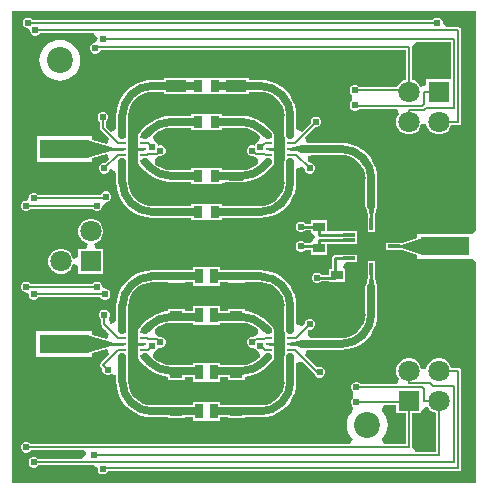
<source format=gtl>
G04*
G04 #@! TF.GenerationSoftware,Altium Limited,Altium Designer,24.4.1 (13)*
G04*
G04 Layer_Physical_Order=1*
G04 Layer_Color=255*
%FSLAX25Y25*%
%MOIN*%
G70*
G04*
G04 #@! TF.SameCoordinates,8584FE8A-8FE8-497F-BE15-97A27C2B3E29*
G04*
G04*
G04 #@! TF.FilePolarity,Positive*
G04*
G01*
G75*
%ADD28C,0.02700*%
%ADD29R,0.01181X0.03937*%
%ADD30R,0.03937X0.01181*%
%ADD31R,0.08268X0.08268*%
%ADD32R,0.05000X0.02520*%
%ADD33R,0.16000X0.06000*%
%ADD34R,0.16000X0.07000*%
%ADD35R,0.04331X0.03150*%
G04:AMPARAMS|DCode=36|XSize=29.92mil|YSize=94.49mil|CornerRadius=7.48mil|HoleSize=0mil|Usage=FLASHONLY|Rotation=0.000|XOffset=0mil|YOffset=0mil|HoleType=Round|Shape=RoundedRectangle|*
%AMROUNDEDRECTD36*
21,1,0.02992,0.07953,0,0,0.0*
21,1,0.01496,0.09449,0,0,0.0*
1,1,0.01496,0.00748,-0.03976*
1,1,0.01496,-0.00748,-0.03976*
1,1,0.01496,-0.00748,0.03976*
1,1,0.01496,0.00748,0.03976*
%
%ADD36ROUNDEDRECTD36*%
%ADD37R,0.02165X0.00984*%
%ADD38R,0.02520X0.05000*%
%ADD39R,0.03150X0.04331*%
%ADD40R,0.07008X0.04016*%
%ADD41C,0.01000*%
%ADD42C,0.00800*%
%ADD43C,0.08661*%
%ADD44C,0.07087*%
%ADD45R,0.07087X0.07087*%
%ADD46R,0.07087X0.07087*%
%ADD47C,0.02400*%
G36*
X156000Y85360D02*
X154680Y84200D01*
X154200Y84200D01*
X136280D01*
Y82890D01*
X132682Y81593D01*
X131049Y81191D01*
X131049Y81191D01*
Y81191D01*
X131049Y81191D01*
X125912D01*
Y78809D01*
X131049D01*
X131049Y78809D01*
Y78809D01*
X131049Y78809D01*
X132683Y78408D01*
X136280Y77110D01*
Y75800D01*
X154200D01*
X154680Y75800D01*
X156000Y74640D01*
Y1071D01*
X1071D01*
Y158429D01*
X156000D01*
Y85360D01*
D02*
G37*
G36*
X138500Y82478D02*
Y77522D01*
X138009Y77177D01*
X131309Y79594D01*
Y80407D01*
X138009Y82823D01*
X138500Y82478D01*
D02*
G37*
%LPC*%
G36*
X143358Y156300D02*
X142642D01*
X141980Y156026D01*
X141474Y155520D01*
X141474Y155520D01*
X8026D01*
X8026Y155520D01*
X7520Y156026D01*
X6858Y156300D01*
X6142D01*
X5480Y156026D01*
X4974Y155520D01*
X4700Y154858D01*
Y154142D01*
X4974Y153480D01*
X5480Y152974D01*
X6142Y152700D01*
X6942Y152442D01*
X7200Y151642D01*
X7474Y150980D01*
X7980Y150474D01*
X8642Y150200D01*
X9358D01*
X10020Y150474D01*
X10526Y150980D01*
X10526Y150980D01*
X28572D01*
X28593Y150966D01*
X29700Y149358D01*
X29510Y148490D01*
X28642Y147800D01*
X27980Y147526D01*
X27474Y147020D01*
X27200Y146358D01*
Y145642D01*
X27474Y144980D01*
X27980Y144474D01*
X28642Y144200D01*
X29358D01*
X30020Y144474D01*
X30526Y144980D01*
X30733Y145480D01*
X132480D01*
Y135516D01*
X131901Y135361D01*
X130956Y134816D01*
X130184Y134044D01*
X129639Y133099D01*
X129618Y133020D01*
X117026D01*
X117026Y133020D01*
X116520Y133526D01*
X115858Y133800D01*
X115142D01*
X114480Y133526D01*
X113974Y133020D01*
X113700Y132358D01*
Y131642D01*
X113974Y130980D01*
X114480Y130474D01*
X114507Y130463D01*
Y128537D01*
X114480Y128526D01*
X113974Y128020D01*
X113700Y127358D01*
Y126642D01*
X113974Y125980D01*
X114480Y125474D01*
X115142Y125200D01*
X115858D01*
X116520Y125474D01*
X116983Y125937D01*
X129532D01*
X130278Y124137D01*
X130184Y124044D01*
X129639Y123099D01*
X129357Y122046D01*
Y120955D01*
X129639Y119901D01*
X130184Y118956D01*
X130956Y118184D01*
X131901Y117639D01*
X132955Y117357D01*
X134046D01*
X135099Y117639D01*
X136044Y118184D01*
X136816Y118956D01*
X137361Y119901D01*
X137643Y120955D01*
X139357D01*
X139639Y119901D01*
X140184Y118956D01*
X140956Y118184D01*
X141901Y117639D01*
X142955Y117357D01*
X144045D01*
X145099Y117639D01*
X146044Y118184D01*
X146816Y118956D01*
X147361Y119901D01*
X147516Y120480D01*
X150000D01*
X150390Y120558D01*
X150721Y120779D01*
X150942Y121110D01*
X151020Y121500D01*
Y152000D01*
X150942Y152390D01*
X150721Y152721D01*
X150390Y152942D01*
X150000Y153020D01*
X146283D01*
X144800Y154142D01*
Y154858D01*
X144526Y155520D01*
X144020Y156026D01*
X143358Y156300D01*
D02*
G37*
G36*
X17110Y148788D02*
X15786Y148658D01*
X14513Y148272D01*
X13339Y147644D01*
X12310Y146800D01*
X11466Y145771D01*
X10839Y144598D01*
X10452Y143324D01*
X10322Y142000D01*
X10452Y140676D01*
X10839Y139402D01*
X11466Y138229D01*
X12310Y137200D01*
X13339Y136356D01*
X14513Y135729D01*
X15786Y135342D01*
X17110Y135212D01*
X18435Y135342D01*
X19708Y135729D01*
X20882Y136356D01*
X21910Y137200D01*
X22754Y138229D01*
X23382Y139402D01*
X23768Y140676D01*
X23898Y142000D01*
X23768Y143324D01*
X23382Y144598D01*
X22754Y145771D01*
X21910Y146800D01*
X20882Y147644D01*
X19708Y148272D01*
X18435Y148658D01*
X17110Y148788D01*
D02*
G37*
G36*
X60873Y136265D02*
X60104Y136108D01*
Y136108D01*
X51896D01*
Y135488D01*
X48000D01*
X47990Y135486D01*
X46125Y135339D01*
X44296Y134900D01*
X42558Y134180D01*
X40954Y133198D01*
X39524Y131976D01*
X38302Y130546D01*
X37319Y128942D01*
X36600Y127204D01*
X36161Y125375D01*
X36014Y123510D01*
X36012Y123500D01*
Y118976D01*
X34212Y118230D01*
X32695Y119747D01*
X32649Y121604D01*
X33026Y121980D01*
X33300Y122642D01*
Y123358D01*
X33026Y124020D01*
X32520Y124526D01*
X31858Y124800D01*
X31142D01*
X30480Y124526D01*
X29974Y124020D01*
X29700Y123358D01*
Y122642D01*
X29974Y121980D01*
X30480Y121474D01*
X30480Y121474D01*
Y119500D01*
X30558Y119110D01*
X30779Y118779D01*
X33688Y115870D01*
X32756Y114257D01*
X27810Y115583D01*
Y116700D01*
X9410D01*
Y108300D01*
X27810D01*
Y109418D01*
X32757Y110744D01*
X33689Y109130D01*
X32358Y107800D01*
X32358Y107800D01*
X31642D01*
X30980Y107526D01*
X30474Y107020D01*
X30200Y106358D01*
Y105642D01*
X30474Y104980D01*
X30980Y104474D01*
X31642Y104200D01*
X32358D01*
X33020Y104474D01*
X33526Y104980D01*
X33800Y105642D01*
X34212Y105768D01*
X36012Y104438D01*
Y101504D01*
X36014Y101494D01*
X36161Y99629D01*
X36600Y97800D01*
X37319Y96062D01*
X38302Y94458D01*
X39524Y93028D01*
X40954Y91806D01*
X42558Y90824D01*
X44296Y90104D01*
X46125Y89665D01*
X47990Y89518D01*
X48000Y89516D01*
X55980D01*
X56000Y89512D01*
X60872D01*
Y88735D01*
X64978D01*
X65222Y88735D01*
X66778D01*
X67022Y88735D01*
X71128D01*
Y89512D01*
X76000D01*
X76020Y89516D01*
X84000D01*
X84010Y89518D01*
X85875Y89665D01*
X87704Y90104D01*
X89442Y90824D01*
X91046Y91806D01*
X92476Y93028D01*
X93698Y94458D01*
X94680Y96062D01*
X95400Y97800D01*
X95839Y99629D01*
X95986Y101494D01*
X95988Y101504D01*
Y105665D01*
X96633Y106183D01*
X97781Y106543D01*
X98700Y105830D01*
Y105642D01*
X98974Y104980D01*
X99480Y104474D01*
X100142Y104200D01*
X100858D01*
X101520Y104474D01*
X102026Y104980D01*
X102300Y105642D01*
Y106358D01*
X102026Y107020D01*
X101520Y107526D01*
X100858Y107800D01*
X100670D01*
X99957Y108719D01*
X100317Y109867D01*
X100836Y110512D01*
X111000D01*
X111091Y110530D01*
X112568Y110384D01*
X114076Y109927D01*
X115466Y109184D01*
X116684Y108184D01*
X117684Y106966D01*
X118427Y105576D01*
X118884Y104068D01*
X119030Y102591D01*
X119012Y102500D01*
Y93500D01*
X119163Y92739D01*
X119416Y92361D01*
X119809Y89768D01*
Y84912D01*
X122191D01*
Y89768D01*
X122584Y92361D01*
X122837Y92739D01*
X122988Y93500D01*
Y102500D01*
X122986Y102510D01*
X122839Y104375D01*
X122400Y106204D01*
X121680Y107942D01*
X120698Y109546D01*
X119476Y110976D01*
X118046Y112198D01*
X116442Y113180D01*
X114704Y113900D01*
X112875Y114339D01*
X111010Y114486D01*
X111000Y114488D01*
X99476D01*
X98730Y116288D01*
X102142Y119700D01*
X102142Y119700D01*
X102858D01*
X103520Y119974D01*
X104026Y120480D01*
X104300Y121142D01*
Y121858D01*
X104026Y122520D01*
X103520Y123026D01*
X102858Y123300D01*
X102142D01*
X101480Y123026D01*
X100974Y122520D01*
X100700Y121858D01*
Y121142D01*
X100700Y121142D01*
X97788Y118230D01*
X95988Y118976D01*
Y123496D01*
X95986Y123506D01*
X95839Y125371D01*
X95400Y127200D01*
X94680Y128938D01*
X93698Y130542D01*
X92476Y131972D01*
X91046Y133194D01*
X89442Y134177D01*
X87704Y134896D01*
X85875Y135335D01*
X84010Y135482D01*
X84000Y135484D01*
X80104D01*
Y136104D01*
X71896D01*
Y136104D01*
X71127Y136265D01*
Y136265D01*
X70163Y136265D01*
X67022D01*
X66778Y136265D01*
X65222D01*
X64978Y136265D01*
X61839D01*
X60873Y136265D01*
X60873Y136265D01*
D02*
G37*
G36*
X32805Y98306D02*
X32089D01*
X31427Y98032D01*
X30921Y97526D01*
X30711Y97020D01*
X10026D01*
X10026Y97020D01*
X9520Y97526D01*
X8858Y97800D01*
X8142D01*
X7480Y97526D01*
X6974Y97020D01*
X6700Y96358D01*
X6442Y95558D01*
X5642Y95300D01*
X4980Y95026D01*
X4474Y94520D01*
X4200Y93858D01*
Y93142D01*
X4474Y92480D01*
X4980Y91974D01*
X5642Y91700D01*
X6358D01*
X7020Y91974D01*
X7526Y92480D01*
X7526Y92480D01*
X27974D01*
X27974Y92480D01*
X28480Y91974D01*
X29142Y91700D01*
X29858D01*
X30520Y91974D01*
X31026Y92480D01*
X31300Y93142D01*
X31805Y94142D01*
X32805Y94706D01*
X33467Y94980D01*
X33973Y95487D01*
X34247Y96148D01*
Y96864D01*
X33973Y97526D01*
X33467Y98032D01*
X32805Y98306D01*
D02*
G37*
G36*
X106265Y88722D02*
X100735D01*
Y87622D01*
X98924D01*
X98520Y88026D01*
X97858Y88300D01*
X97142D01*
X96480Y88026D01*
X95974Y87520D01*
X95700Y86858D01*
Y86142D01*
X95974Y85480D01*
X96480Y84974D01*
X97142Y84700D01*
X97858D01*
X98520Y84974D01*
X98924Y85378D01*
X100735D01*
Y84372D01*
X101361D01*
X102044Y83300D01*
X101121Y81628D01*
X100735D01*
Y81122D01*
X98924D01*
X98520Y81526D01*
X97858Y81800D01*
X97142D01*
X96480Y81526D01*
X95974Y81020D01*
X95700Y80358D01*
Y79642D01*
X95974Y78980D01*
X96480Y78474D01*
X97142Y78200D01*
X97858D01*
X98520Y78474D01*
X98924Y78878D01*
X100735D01*
Y77278D01*
X106265D01*
Y80847D01*
X110951D01*
Y80778D01*
X116088D01*
Y85128D01*
X110951D01*
Y85059D01*
X106265D01*
Y88722D01*
D02*
G37*
G36*
X28045Y89143D02*
X26954D01*
X25901Y88861D01*
X24956Y88315D01*
X24184Y87544D01*
X23639Y86599D01*
X23357Y85545D01*
Y84455D01*
X23639Y83401D01*
X24184Y82456D01*
X24956Y81684D01*
X25901Y81139D01*
X26616Y80828D01*
X26592Y80646D01*
X25875Y79143D01*
X23357D01*
Y76625D01*
X21854Y75908D01*
X21672Y75884D01*
X21361Y76599D01*
X20816Y77544D01*
X20044Y78316D01*
X19099Y78861D01*
X18045Y79143D01*
X16954D01*
X15901Y78861D01*
X14956Y78316D01*
X14185Y77544D01*
X13639Y76599D01*
X13357Y75546D01*
Y74454D01*
X13639Y73401D01*
X14185Y72456D01*
X14956Y71684D01*
X15901Y71139D01*
X16954Y70857D01*
X18045D01*
X19099Y71139D01*
X20044Y71684D01*
X20816Y72456D01*
X21361Y73401D01*
X21672Y74116D01*
X21854Y74092D01*
X23357Y73375D01*
Y70857D01*
X31643D01*
Y79143D01*
X29125D01*
X28408Y80646D01*
X28384Y80828D01*
X29099Y81139D01*
X30044Y81684D01*
X30816Y82456D01*
X31361Y83401D01*
X31643Y84455D01*
Y85545D01*
X31361Y86599D01*
X30816Y87544D01*
X30044Y88315D01*
X29099Y88861D01*
X28045Y89143D01*
D02*
G37*
G36*
X116088Y77254D02*
X110951D01*
Y77184D01*
X109000D01*
X108571Y77099D01*
X108207Y76856D01*
X107964Y76492D01*
X107878Y76063D01*
Y72628D01*
X106735D01*
Y70622D01*
X104424D01*
X104020Y71026D01*
X103358Y71300D01*
X102642D01*
X101980Y71026D01*
X101474Y70520D01*
X101200Y69858D01*
Y69142D01*
X101474Y68480D01*
X101980Y67974D01*
X102642Y67700D01*
X103358D01*
X104020Y67974D01*
X104424Y68378D01*
X106735D01*
Y68278D01*
X112265D01*
Y72628D01*
X111744D01*
X111485Y73072D01*
X112521Y74872D01*
X116088D01*
Y77254D01*
D02*
G37*
G36*
X29858Y68300D02*
X29142D01*
X28480Y68026D01*
X27974Y67520D01*
X27974Y67520D01*
X7526D01*
X7526Y67520D01*
X7020Y68026D01*
X6358Y68300D01*
X5642D01*
X4980Y68026D01*
X4474Y67520D01*
X4200Y66858D01*
Y66142D01*
X4474Y65480D01*
X4980Y64974D01*
X5642Y64700D01*
X6442Y64442D01*
X6700Y63642D01*
X6974Y62980D01*
X7480Y62474D01*
X8142Y62200D01*
X8858D01*
X9520Y62474D01*
X10026Y62980D01*
X10026Y62980D01*
X30674D01*
X30674Y62980D01*
X31180Y62474D01*
X31842Y62200D01*
X32558D01*
X33220Y62474D01*
X33726Y62980D01*
X34000Y63642D01*
Y64358D01*
X33726Y65020D01*
X33220Y65526D01*
X32558Y65800D01*
X31726Y66026D01*
X31300Y66858D01*
X31026Y67520D01*
X30520Y68026D01*
X29858Y68300D01*
D02*
G37*
G36*
X122191Y75088D02*
X119809D01*
Y70232D01*
X119416Y67639D01*
X119163Y67261D01*
X119012Y66500D01*
Y57500D01*
X119030Y57410D01*
X118884Y55932D01*
X118427Y54424D01*
X117684Y53034D01*
X116684Y51816D01*
X115466Y50816D01*
X114076Y50073D01*
X112568Y49616D01*
X111091Y49470D01*
X111000Y49488D01*
X100836D01*
X100317Y50133D01*
X99957Y51281D01*
X100670Y52200D01*
X100858D01*
X101520Y52474D01*
X102026Y52980D01*
X102300Y53642D01*
Y54358D01*
X102026Y55020D01*
X101520Y55526D01*
X100858Y55800D01*
X100142D01*
X99480Y55526D01*
X98974Y55020D01*
X98700Y54358D01*
Y54170D01*
X97781Y53457D01*
X96633Y53817D01*
X95988Y54335D01*
Y60000D01*
X95986Y60010D01*
X95839Y61875D01*
X95400Y63704D01*
X94680Y65442D01*
X93698Y67046D01*
X92476Y68476D01*
X91046Y69698D01*
X89442Y70680D01*
X87704Y71400D01*
X85875Y71839D01*
X84010Y71986D01*
X84000Y71988D01*
X78765D01*
Y72222D01*
X73235D01*
Y71988D01*
X70380D01*
Y73100D01*
X67140D01*
X66660Y73100D01*
X65340D01*
X64860Y73100D01*
X61620D01*
Y71988D01*
X58765D01*
Y72222D01*
X53235D01*
Y71988D01*
X48000D01*
X47990Y71986D01*
X46125Y71839D01*
X44296Y71400D01*
X42558Y70680D01*
X40954Y69698D01*
X39524Y68476D01*
X38302Y67046D01*
X37319Y65442D01*
X36600Y63704D01*
X36161Y61875D01*
X36014Y60010D01*
X36012Y60000D01*
Y55124D01*
X34212Y54253D01*
X33971Y54443D01*
X33526Y56092D01*
X33800Y56753D01*
Y57469D01*
X33526Y58131D01*
X33020Y58637D01*
X32358Y58911D01*
X31642D01*
X30980Y58637D01*
X30474Y58131D01*
X30200Y57469D01*
Y56753D01*
X30474Y56092D01*
X30980Y55585D01*
X30980Y55585D01*
Y54000D01*
X31058Y53610D01*
X31279Y53279D01*
X33688Y50870D01*
X32756Y49257D01*
X27700Y50612D01*
Y51700D01*
X9300D01*
Y43300D01*
X27700D01*
Y44388D01*
X32757Y45744D01*
X33689Y44130D01*
X30779Y41221D01*
X30558Y40890D01*
X30480Y40500D01*
X30558Y40110D01*
X30779Y39779D01*
X31256Y39302D01*
X31256Y39302D01*
Y38586D01*
X31530Y37925D01*
X32036Y37418D01*
X32698Y37144D01*
X33414D01*
X34075Y37418D01*
X34212Y37555D01*
X35930Y37056D01*
X36012Y37003D01*
Y35000D01*
X36014Y34990D01*
X36161Y33125D01*
X36600Y31296D01*
X37319Y29558D01*
X38302Y27954D01*
X39524Y26524D01*
X40954Y25302D01*
X42558Y24320D01*
X44296Y23600D01*
X46125Y23161D01*
X47990Y23014D01*
X48000Y23012D01*
X53235D01*
Y22778D01*
X58765D01*
Y23012D01*
X61620D01*
Y21900D01*
X64860D01*
X65340Y21900D01*
X66660D01*
X67140Y21900D01*
X70380D01*
Y23012D01*
X73235D01*
Y22778D01*
X78765D01*
Y23012D01*
X84000D01*
X84010Y23014D01*
X85875Y23161D01*
X87704Y23600D01*
X89442Y24320D01*
X91046Y25302D01*
X92476Y26524D01*
X93698Y27954D01*
X94680Y29558D01*
X95400Y31296D01*
X95839Y33125D01*
X95986Y34990D01*
X95988Y35000D01*
Y41024D01*
X97788Y41770D01*
X101900Y37658D01*
Y37642D01*
X102174Y36980D01*
X102680Y36474D01*
X103342Y36200D01*
X104058D01*
X104720Y36474D01*
X105226Y36980D01*
X105500Y37642D01*
Y38358D01*
X105226Y39020D01*
X104720Y39526D01*
X104058Y39800D01*
X103342D01*
X102847Y39595D01*
X98730Y43712D01*
X99476Y45512D01*
X111000D01*
X111010Y45514D01*
X112875Y45661D01*
X114704Y46100D01*
X116442Y46820D01*
X118046Y47802D01*
X119476Y49024D01*
X120698Y50454D01*
X121680Y52058D01*
X122400Y53796D01*
X122839Y55625D01*
X122986Y57490D01*
X122988Y57500D01*
Y66500D01*
X122837Y67261D01*
X122584Y67639D01*
X122191Y70232D01*
Y75088D01*
D02*
G37*
G36*
X144045Y42643D02*
X142955D01*
X141901Y42361D01*
X140956Y41816D01*
X140184Y41044D01*
X139639Y40099D01*
X139357Y39046D01*
X137643D01*
X137361Y40099D01*
X136816Y41044D01*
X136044Y41816D01*
X135099Y42361D01*
X134046Y42643D01*
X132955D01*
X131901Y42361D01*
X130956Y41816D01*
X130184Y41044D01*
X129639Y40099D01*
X129357Y39046D01*
Y37955D01*
X129639Y36901D01*
X130184Y35956D01*
X130278Y35863D01*
X129532Y34063D01*
X117483D01*
X117020Y34526D01*
X116358Y34800D01*
X115642D01*
X114980Y34526D01*
X114474Y34020D01*
X114200Y33358D01*
Y32642D01*
X114474Y31980D01*
X114980Y31474D01*
X115007Y31463D01*
Y29537D01*
X114980Y29526D01*
X114474Y29020D01*
X114200Y28358D01*
Y27642D01*
X114474Y26980D01*
X114722Y25743D01*
X114379Y24775D01*
X113966Y24271D01*
X113339Y23098D01*
X112952Y21824D01*
X112822Y20500D01*
X112952Y19176D01*
X113339Y17902D01*
X113966Y16729D01*
X114712Y15820D01*
X114633Y15324D01*
X114021Y14020D01*
X7526D01*
X7526Y14020D01*
X7020Y14526D01*
X6358Y14800D01*
X5642D01*
X4980Y14526D01*
X4474Y14020D01*
X4200Y13358D01*
Y12642D01*
X4474Y11980D01*
X4980Y11474D01*
X5642Y11200D01*
X6358D01*
X7020Y11474D01*
X7526Y11980D01*
X7526Y11980D01*
X25217D01*
X25715Y11604D01*
Y10613D01*
X24071Y9020D01*
X10026D01*
X10026Y9020D01*
X9520Y9526D01*
X8858Y9800D01*
X8142D01*
X7480Y9526D01*
X6974Y9020D01*
X6700Y8358D01*
Y7642D01*
X6974Y6980D01*
X7480Y6474D01*
X8142Y6200D01*
X8858D01*
X9520Y6474D01*
X10026Y6980D01*
X10026Y6980D01*
X28092D01*
X29700Y6158D01*
Y5442D01*
X29974Y4780D01*
X30480Y4274D01*
X31142Y4000D01*
X31858D01*
X32520Y4274D01*
X33026Y4780D01*
X33109Y4980D01*
X150000D01*
X150390Y5058D01*
X150721Y5279D01*
X150942Y5610D01*
X151020Y6000D01*
Y38500D01*
X150942Y38890D01*
X150721Y39221D01*
X150390Y39442D01*
X150000Y39520D01*
X147516D01*
X147361Y40099D01*
X146816Y41044D01*
X146044Y41816D01*
X145099Y42361D01*
X144045Y42643D01*
D02*
G37*
%LPD*%
G36*
X147580Y135643D02*
X139357D01*
Y133755D01*
X137557Y133097D01*
X136941Y133826D01*
X136816Y134044D01*
X136044Y134816D01*
X135099Y135361D01*
X134520Y135516D01*
Y146500D01*
X135453Y147658D01*
X135878Y147980D01*
X147580D01*
Y135643D01*
D02*
G37*
G36*
X97109Y111486D02*
X94586Y112000D01*
Y113000D01*
X97109Y113514D01*
Y111486D01*
D02*
G37*
G36*
X35282Y112907D02*
Y112094D01*
X26086Y109628D01*
X25610Y109993D01*
Y115007D01*
X26086Y115372D01*
X35282Y112907D01*
D02*
G37*
G36*
X48000Y131512D02*
X51896D01*
Y130892D01*
X60104D01*
Y130892D01*
X60873Y130735D01*
X60873Y130735D01*
X61839Y130735D01*
X64978D01*
X65222Y130735D01*
X66778D01*
X67022Y130735D01*
X70160D01*
X71127Y130735D01*
X71127Y130735D01*
X71896Y130888D01*
Y130888D01*
X80104D01*
Y131508D01*
X84000D01*
X84091Y131526D01*
X85568Y131380D01*
X87076Y130923D01*
X88466Y130180D01*
X89684Y129180D01*
X90684Y127962D01*
X91427Y126572D01*
X91884Y125064D01*
X92030Y123586D01*
X92012Y123496D01*
Y117000D01*
X92163Y116239D01*
X92207Y116173D01*
Y113376D01*
Y108827D01*
X92163Y108761D01*
X92012Y108000D01*
Y101504D01*
X92030Y101414D01*
X91884Y99936D01*
X91427Y98428D01*
X90684Y97038D01*
X89684Y95820D01*
X88466Y94820D01*
X87076Y94077D01*
X85568Y93620D01*
X84091Y93474D01*
X84000Y93492D01*
X76000D01*
X75980Y93488D01*
X71128D01*
Y94265D01*
X67022D01*
X66778Y94265D01*
X65222D01*
X64978Y94265D01*
X60872D01*
Y93488D01*
X56020D01*
X56000Y93492D01*
X48000D01*
X47910Y93474D01*
X46432Y93620D01*
X44924Y94077D01*
X43534Y94820D01*
X42316Y95820D01*
X41316Y97038D01*
X40573Y98428D01*
X40116Y99936D01*
X39970Y101414D01*
X39988Y101504D01*
Y108000D01*
X39837Y108761D01*
X39793Y108827D01*
Y111408D01*
Y116173D01*
X39837Y116239D01*
X39988Y117000D01*
Y123500D01*
X39970Y123591D01*
X40116Y125068D01*
X40573Y126576D01*
X41316Y127966D01*
X42316Y129184D01*
X43534Y130184D01*
X44924Y130927D01*
X46432Y131384D01*
X47910Y131530D01*
X48000Y131512D01*
D02*
G37*
G36*
X121500Y89546D02*
X120500D01*
X120045Y92546D01*
X121955D01*
X121500Y89546D01*
D02*
G37*
%LPC*%
G36*
X66778Y124265D02*
X65222D01*
X64978Y124265D01*
X60872D01*
Y123488D01*
X54142D01*
X54132Y123486D01*
X52267Y123339D01*
X50438Y122900D01*
X48700Y122180D01*
X47096Y121198D01*
X45674Y119983D01*
X45665Y119977D01*
X44094Y118406D01*
X43663Y117761D01*
X43617Y117529D01*
X43317D01*
Y113376D01*
X43317D01*
Y111624D01*
X43317D01*
X43317Y111576D01*
Y107471D01*
X43617D01*
X43663Y107239D01*
X44094Y106594D01*
X45665Y105023D01*
X45674Y105017D01*
X47096Y103802D01*
X48700Y102820D01*
X50438Y102100D01*
X52267Y101661D01*
X52900Y101611D01*
Y101597D01*
X53077D01*
X54132Y101514D01*
X54142Y101512D01*
X60872D01*
Y100735D01*
X64978D01*
X65222Y100735D01*
X66778D01*
X67022Y100735D01*
X71128D01*
Y101256D01*
X72900Y101323D01*
Y101323D01*
X79100D01*
Y101611D01*
X79733Y101661D01*
X81562Y102100D01*
X83300Y102820D01*
X84904Y103802D01*
X86326Y105017D01*
X86335Y105023D01*
X87906Y106594D01*
X88337Y107239D01*
X88383Y107471D01*
X88683D01*
Y111576D01*
X88683Y111624D01*
X88683D01*
Y113376D01*
X88683D01*
Y117529D01*
X88383D01*
X88337Y117761D01*
X87906Y118406D01*
X86335Y119977D01*
X86326Y119983D01*
X84904Y121198D01*
X83300Y122180D01*
X81562Y122900D01*
X79733Y123339D01*
X77868Y123486D01*
X77858Y123488D01*
X71128D01*
Y124265D01*
X67022D01*
X66778Y124265D01*
D02*
G37*
%LPD*%
G36*
X79426Y119384D02*
X80934Y118927D01*
X82324Y118184D01*
X83472Y117242D01*
X83523Y117165D01*
X83801Y116887D01*
X83745Y116251D01*
X83227Y114915D01*
X82980Y114813D01*
X82474Y114307D01*
X82200Y113645D01*
X82069Y113557D01*
X81691Y113714D01*
X80975D01*
X80313Y113440D01*
X79807Y112934D01*
X79533Y112272D01*
Y111556D01*
X79807Y110894D01*
X80313Y110388D01*
X80975Y110114D01*
X81691D01*
X82842Y109504D01*
X83148Y108753D01*
X83273Y107595D01*
X82324Y106816D01*
X80934Y106073D01*
X79426Y105616D01*
X77948Y105470D01*
X77858Y105488D01*
X71128D01*
Y106265D01*
X67022D01*
X66778Y106265D01*
X65222D01*
X64978Y106265D01*
X60872D01*
Y105488D01*
X54142D01*
X54052Y105470D01*
X52574Y105616D01*
X51066Y106073D01*
X49676Y106816D01*
X48727Y107595D01*
X48852Y108753D01*
X49158Y109504D01*
X50309Y110114D01*
X51025D01*
X51687Y110388D01*
X52193Y110894D01*
X52467Y111556D01*
Y112272D01*
X52193Y112934D01*
X51687Y113440D01*
X51025Y113714D01*
X50309D01*
X49931Y113557D01*
X49800Y113645D01*
X49526Y114307D01*
X49020Y114813D01*
X48773Y114915D01*
X48255Y116251D01*
X48199Y116887D01*
X48477Y117165D01*
X48528Y117242D01*
X49676Y118184D01*
X51066Y118927D01*
X52574Y119384D01*
X54052Y119530D01*
X54142Y119512D01*
X60872D01*
Y118735D01*
X64978D01*
X65222Y118735D01*
X66778D01*
X67022Y118735D01*
X71128D01*
Y119512D01*
X77858D01*
X77948Y119530D01*
X79426Y119384D01*
D02*
G37*
G36*
X85568Y67884D02*
X87076Y67427D01*
X88466Y66684D01*
X89684Y65684D01*
X90684Y64466D01*
X91427Y63076D01*
X91884Y61568D01*
X92030Y60091D01*
X92012Y60000D01*
Y52000D01*
X92163Y51239D01*
X92207Y51173D01*
Y48376D01*
Y43827D01*
X92163Y43761D01*
X92012Y43000D01*
Y35000D01*
X92030Y34909D01*
X91884Y33432D01*
X91427Y31924D01*
X90684Y30534D01*
X89684Y29316D01*
X88466Y28316D01*
X87076Y27573D01*
X85568Y27116D01*
X84091Y26970D01*
X84000Y26988D01*
X78765D01*
Y27128D01*
X73235D01*
Y26988D01*
X70380D01*
Y28100D01*
X67140D01*
X66660Y28100D01*
X65340D01*
X64860Y28100D01*
X61620D01*
Y26988D01*
X58765D01*
Y27128D01*
X53235D01*
Y26988D01*
X48000D01*
X47910Y26970D01*
X46432Y27116D01*
X44924Y27573D01*
X43534Y28316D01*
X42316Y29316D01*
X41316Y30534D01*
X40573Y31924D01*
X40116Y33432D01*
X39970Y34909D01*
X39988Y35000D01*
Y43000D01*
X39837Y43761D01*
X39793Y43827D01*
Y46408D01*
Y51173D01*
X39837Y51239D01*
X39988Y52000D01*
Y55526D01*
Y60000D01*
X39970Y60091D01*
X40116Y61568D01*
X40573Y63076D01*
X41316Y64466D01*
X42316Y65684D01*
X43534Y66684D01*
X44924Y67427D01*
X46432Y67884D01*
X47910Y68030D01*
X48000Y68012D01*
X53235D01*
Y67872D01*
X58765D01*
Y68012D01*
X61620D01*
Y66900D01*
X64860D01*
X65340Y66900D01*
X66660D01*
X67140Y66900D01*
X70380D01*
Y68012D01*
X73235D01*
Y67872D01*
X78765D01*
Y68012D01*
X84000D01*
X84091Y68030D01*
X85568Y67884D01*
D02*
G37*
G36*
X121955Y67454D02*
X120045D01*
X120500Y70454D01*
X121500D01*
X121955Y67454D01*
D02*
G37*
G36*
X97046Y46545D02*
X94046Y47000D01*
Y48000D01*
X97046Y48455D01*
Y46545D01*
D02*
G37*
G36*
X35282Y47907D02*
Y47094D01*
X26086Y44628D01*
X25610Y44993D01*
Y50007D01*
X26086Y50372D01*
X35282Y47907D01*
D02*
G37*
%LPC*%
G36*
X66660Y60100D02*
X65340D01*
X64860Y60100D01*
X61620D01*
Y58488D01*
X58765D01*
Y59285D01*
X53235D01*
Y58416D01*
X52267Y58339D01*
X50438Y57900D01*
X48700Y57180D01*
X47096Y56198D01*
X45674Y54983D01*
X45665Y54977D01*
X44094Y53406D01*
X43663Y52761D01*
X43617Y52529D01*
X43317D01*
Y48424D01*
X43317Y48376D01*
X43317D01*
Y46624D01*
X43317D01*
Y42471D01*
X43617D01*
X43663Y42239D01*
X44094Y41594D01*
X45665Y40023D01*
X45674Y40017D01*
X47096Y38802D01*
X48700Y37820D01*
X50438Y37100D01*
X52267Y36661D01*
X53235Y36584D01*
Y35341D01*
X58765D01*
Y36512D01*
X61620D01*
Y34900D01*
X64860D01*
X65340Y34900D01*
X66660D01*
X67140Y34900D01*
X70380D01*
Y36512D01*
X73235D01*
Y35341D01*
X78765D01*
Y36584D01*
X79733Y36661D01*
X81562Y37100D01*
X83300Y37820D01*
X84904Y38802D01*
X86326Y40017D01*
X86335Y40023D01*
X87906Y41594D01*
X88337Y42239D01*
X88383Y42471D01*
X88683D01*
Y46624D01*
X88683D01*
Y48376D01*
X88683D01*
X88683Y48424D01*
Y52529D01*
X88383D01*
X88337Y52761D01*
X87906Y53406D01*
X86335Y54977D01*
X86326Y54983D01*
X84904Y56198D01*
X83300Y57180D01*
X81562Y57900D01*
X79733Y58339D01*
X78765Y58416D01*
Y59285D01*
X73235D01*
Y58488D01*
X70380D01*
Y60100D01*
X67140D01*
X66660Y60100D01*
D02*
G37*
%LPD*%
G36*
X79426Y54384D02*
X80934Y53927D01*
X82324Y53184D01*
X83273Y52405D01*
X83148Y51247D01*
X82842Y50496D01*
X81691Y49886D01*
X80975D01*
X80313Y49612D01*
X79807Y49106D01*
X79533Y48444D01*
Y47728D01*
X79807Y47067D01*
X80313Y46560D01*
X80975Y46286D01*
X81691D01*
X82474Y45693D01*
X82980Y45187D01*
X83227Y45085D01*
X83745Y43749D01*
X83801Y43113D01*
X83523Y42835D01*
X83472Y42758D01*
X82324Y41816D01*
X80934Y41073D01*
X79426Y40616D01*
X77948Y40470D01*
X77858Y40488D01*
X70380D01*
Y41100D01*
X67140D01*
X66660Y41100D01*
X65340D01*
X64860Y41100D01*
X61620D01*
Y40488D01*
X54142D01*
X54052Y40470D01*
X52574Y40616D01*
X51066Y41073D01*
X49676Y41816D01*
X48528Y42758D01*
X48477Y42835D01*
X48199Y43113D01*
X48255Y43749D01*
X48773Y45085D01*
X49020Y45187D01*
X49526Y45693D01*
X50309Y46286D01*
X51025D01*
X51687Y46560D01*
X52193Y47067D01*
X52467Y47728D01*
Y48444D01*
X52193Y49106D01*
X51687Y49612D01*
X51025Y49886D01*
X50309D01*
X49158Y50496D01*
X48852Y51247D01*
X48727Y52405D01*
X49676Y53184D01*
X51066Y53927D01*
X52574Y54384D01*
X54052Y54530D01*
X54142Y54512D01*
X61620D01*
Y53900D01*
X64860D01*
X65340Y53900D01*
X66660D01*
X67140Y53900D01*
X70380D01*
Y54512D01*
X77858D01*
X77948Y54530D01*
X79426Y54384D01*
D02*
G37*
G36*
X129357Y24357D02*
X132480D01*
Y14020D01*
X125200D01*
X124587Y15324D01*
X124508Y15820D01*
X125254Y16729D01*
X125882Y17902D01*
X126268Y19176D01*
X126398Y20500D01*
X126268Y21824D01*
X125882Y23098D01*
X125254Y24271D01*
X124508Y25180D01*
X124587Y25676D01*
X125200Y26980D01*
X129357D01*
Y24357D01*
D02*
G37*
G36*
X139947Y26368D02*
X140184Y25956D01*
X140956Y25185D01*
X141901Y24639D01*
X142480Y24484D01*
Y11520D01*
X135878D01*
X135453Y11842D01*
X134520Y13000D01*
Y24357D01*
X137643D01*
Y25009D01*
X139208Y26439D01*
X139947Y26368D01*
D02*
G37*
D28*
X38000Y35000D02*
G03*
X48000Y25000I10000J0D01*
G01*
Y70000D02*
G03*
X38000Y60000I0J-10000D01*
G01*
X121000Y102500D02*
G03*
X111000Y112500I-10000J0D01*
G01*
Y47500D02*
G03*
X121000Y57500I0J10000D01*
G01*
X47071Y41429D02*
G03*
X54142Y38500I7071J7071D01*
G01*
X77858D02*
G03*
X84929Y41429I0J10000D01*
G01*
Y53571D02*
G03*
X77858Y56500I-7071J-7071D01*
G01*
X54142D02*
G03*
X47071Y53571I0J-10000D01*
G01*
X94000Y60000D02*
G03*
X84000Y70000I-10000J0D01*
G01*
Y25000D02*
G03*
X94000Y35000I0J10000D01*
G01*
X77858Y103500D02*
G03*
X84929Y106429I0J10000D01*
G01*
X47071D02*
G03*
X54142Y103500I7071J7071D01*
G01*
Y121500D02*
G03*
X47071Y118571I0J-10000D01*
G01*
X84929D02*
G03*
X77858Y121500I-7071J-7071D01*
G01*
X38000Y101504D02*
G03*
X48000Y91504I10000J0D01*
G01*
X84000D02*
G03*
X94000Y101504I0J10000D01*
G01*
X48000Y133500D02*
G03*
X38000Y123500I0J-10000D01*
G01*
X94000Y123496D02*
G03*
X84000Y133496I-10000J0D01*
G01*
X38000Y35000D02*
Y43000D01*
Y55526D02*
Y60000D01*
Y52000D02*
Y55526D01*
X56000Y56500D02*
X63047D01*
X98000Y47500D02*
X111000D01*
X98000Y112500D02*
X111000D01*
X121000Y93500D02*
Y102500D01*
Y57500D02*
Y66500D01*
X45500Y43000D02*
X47071Y41429D01*
X54142Y38500D02*
X63047D01*
X84929Y41429D02*
X86500Y43000D01*
X68953Y38500D02*
X77858D01*
X84929Y53571D02*
X86500Y52000D01*
X68953Y56500D02*
X77858D01*
X45500Y52000D02*
X47071Y53571D01*
X54142Y56500D02*
X56000D01*
X94000Y52000D02*
Y60000D01*
X68520Y70000D02*
X84000D01*
X48000D02*
X63480D01*
X94000Y35000D02*
Y43000D01*
X68520Y25000D02*
X84000D01*
X48000D02*
X63480D01*
X68953Y103500D02*
X77858D01*
X84929Y106429D02*
X86500Y108000D01*
X54142Y103500D02*
X63047D01*
X45500Y108000D02*
X47071Y106429D01*
X54142Y121500D02*
X63047D01*
X45500Y117000D02*
X47071Y118571D01*
X84929D02*
X86500Y117000D01*
X68953Y121500D02*
X77858D01*
X56000Y91500D02*
Y91504D01*
X48000D02*
X56000D01*
Y91500D02*
X63047D01*
X38000Y101504D02*
Y108000D01*
X76000Y91500D02*
Y91504D01*
X84000D01*
X68953Y91500D02*
X76000D01*
X94000Y101504D02*
Y108000D01*
X48000Y133500D02*
X56000D01*
X38000Y117000D02*
Y123500D01*
X56000Y133500D02*
X63047D01*
X94000Y117000D02*
Y123496D01*
X68953Y133500D02*
X76000D01*
Y133496D02*
X84000D01*
X76000D02*
Y133500D01*
D29*
X117063Y72520D02*
D03*
X119032D02*
D03*
X121000D02*
D03*
X122968D02*
D03*
X124937D02*
D03*
Y87480D02*
D03*
X122968D02*
D03*
X121000D02*
D03*
X119032D02*
D03*
X117063D02*
D03*
D30*
X128480Y76063D02*
D03*
Y78031D02*
D03*
Y80000D02*
D03*
Y81968D02*
D03*
Y83937D02*
D03*
X113520D02*
D03*
Y81968D02*
D03*
Y80000D02*
D03*
Y78031D02*
D03*
Y76063D02*
D03*
D31*
X121000Y80000D02*
D03*
D32*
X76000Y86480D02*
D03*
Y98143D02*
D03*
Y103183D02*
D03*
X56000Y98417D02*
D03*
Y103457D02*
D03*
Y86480D02*
D03*
Y91520D02*
D03*
X76000D02*
D03*
Y121417D02*
D03*
Y126457D02*
D03*
X56000D02*
D03*
Y121417D02*
D03*
D33*
X18500Y47500D02*
D03*
X18610Y112500D02*
D03*
X145480Y80000D02*
D03*
D34*
X18500Y37500D02*
D03*
Y57500D02*
D03*
X18610Y102500D02*
D03*
Y122500D02*
D03*
X145480Y70000D02*
D03*
Y90000D02*
D03*
D35*
X76000Y19047D02*
D03*
Y24953D02*
D03*
X56000Y19047D02*
D03*
Y24953D02*
D03*
Y70047D02*
D03*
Y75953D02*
D03*
X76000Y70047D02*
D03*
Y75953D02*
D03*
X109500Y70453D02*
D03*
Y64547D02*
D03*
X103500Y73547D02*
D03*
Y79453D02*
D03*
Y92453D02*
D03*
Y86547D02*
D03*
X56000Y31610D02*
D03*
Y37516D02*
D03*
X76000Y31610D02*
D03*
Y37516D02*
D03*
Y63016D02*
D03*
Y57110D02*
D03*
X56000Y63016D02*
D03*
Y57110D02*
D03*
D36*
X90445Y47500D02*
D03*
X41555Y112500D02*
D03*
X90445D02*
D03*
X41555Y47500D02*
D03*
D37*
X93890Y51437D02*
D03*
Y49468D02*
D03*
Y47500D02*
D03*
Y45531D02*
D03*
Y43563D02*
D03*
X87000Y51437D02*
D03*
Y49468D02*
D03*
Y47500D02*
D03*
Y45531D02*
D03*
Y43563D02*
D03*
X38110Y108563D02*
D03*
Y110531D02*
D03*
Y112500D02*
D03*
Y114469D02*
D03*
Y116437D02*
D03*
X45000Y108563D02*
D03*
Y110531D02*
D03*
Y112500D02*
D03*
Y114469D02*
D03*
Y116437D02*
D03*
X93890D02*
D03*
Y114469D02*
D03*
Y110531D02*
D03*
Y108563D02*
D03*
X87000Y116437D02*
D03*
Y114469D02*
D03*
Y112500D02*
D03*
Y110531D02*
D03*
Y108563D02*
D03*
X93890Y112500D02*
D03*
X45000Y51437D02*
D03*
Y49468D02*
D03*
Y47500D02*
D03*
Y45531D02*
D03*
Y43563D02*
D03*
X38110Y51437D02*
D03*
Y49468D02*
D03*
Y47500D02*
D03*
Y45531D02*
D03*
Y43563D02*
D03*
D38*
X68520Y70000D02*
D03*
X63480D02*
D03*
X68520Y25000D02*
D03*
X63480D02*
D03*
Y38000D02*
D03*
X68520D02*
D03*
X63480Y57000D02*
D03*
X68520D02*
D03*
D39*
X68953Y91500D02*
D03*
X63047D02*
D03*
X68953Y121500D02*
D03*
X63047D02*
D03*
X68953Y133500D02*
D03*
X63047D02*
D03*
X68953Y103500D02*
D03*
X63047D02*
D03*
D40*
X76000Y133496D02*
D03*
Y140500D02*
D03*
X56000Y140504D02*
D03*
Y133500D02*
D03*
D41*
X18500Y47500D02*
X38110D01*
X18610Y112500D02*
X38110D01*
X18610Y112500D02*
X18610Y112500D01*
X117063Y83937D02*
X119032Y81968D01*
X117063Y83937D02*
Y87480D01*
X119032Y81968D02*
X121000Y80000D01*
X119032Y81968D02*
Y87480D01*
X124937Y83937D02*
X126281Y85282D01*
X122968Y81968D02*
X124937Y83937D01*
X121000Y80000D02*
X122968Y81968D01*
X126281Y85282D02*
X126456D01*
X122968Y78031D02*
X124937Y76063D01*
X121000Y80000D02*
X122968Y78031D01*
X126218Y74782D02*
X126456D01*
X124937Y76063D02*
X126218Y74782D01*
X124937Y76063D02*
X128480D01*
X124937Y83937D02*
Y87480D01*
Y83937D02*
X128480D01*
X119032Y78031D02*
X121000Y80000D01*
X117063Y76063D02*
X119032Y78031D01*
X117063Y72520D02*
Y76063D01*
X124937Y72520D02*
Y76063D01*
X113520Y78031D02*
X119032D01*
X113520Y80000D02*
X121000D01*
X122968Y81968D02*
X128480D01*
X122968Y78031D02*
X128480D01*
X122968Y72520D02*
Y78031D01*
X119032Y72520D02*
Y78031D01*
X122968Y81968D02*
Y87480D01*
X93890Y47500D02*
X98000D01*
X41555Y47500D02*
X45000D01*
X87000D02*
X90445D01*
X87000Y112500D02*
X90445D01*
X41555D02*
X45000D01*
X109000Y76063D02*
X113520D01*
X109000Y70453D02*
Y76063D01*
Y70453D02*
X109500D01*
X103500Y79453D02*
Y81968D01*
X113520D01*
X103500Y83937D02*
Y86547D01*
Y83937D02*
X113520D01*
X121000Y87480D02*
Y93500D01*
X93890Y47500D02*
Y47500D01*
X121000Y66500D02*
Y72520D01*
X108547Y69500D02*
X109500Y70453D01*
X103000Y69500D02*
X108547D01*
X103453Y86500D02*
X103500Y86547D01*
X97500Y86500D02*
X103453D01*
X102953Y80000D02*
X103500Y79453D01*
X97500Y80000D02*
X102953D01*
X93890Y112500D02*
X98000D01*
X128480Y80000D02*
X131500D01*
X93890Y112500D02*
Y112500D01*
X38110Y112500D02*
Y112500D01*
D42*
X31500Y40500D02*
X33056Y38944D01*
Y38944D02*
Y38944D01*
X28500Y10500D02*
X143500D01*
X31500Y40500D02*
X36531Y45531D01*
X103000Y38000D02*
X103700D01*
X95468Y45531D02*
X103000Y38000D01*
X6000Y66500D02*
X29500D01*
X32000Y54000D02*
Y57111D01*
Y57111D01*
X8500Y64000D02*
X32000D01*
X32200D01*
X93890Y49468D02*
X95969D01*
X100500Y54000D01*
X6000Y93500D02*
X29500D01*
X32000Y96059D02*
X32447Y96506D01*
X32000Y106000D02*
X36531Y110531D01*
X8500Y96000D02*
X32000D01*
Y96059D01*
X95468Y114469D02*
X102500Y121500D01*
X29000Y146000D02*
X29500Y146500D01*
X133500D01*
X31500Y119500D02*
X36531Y114469D01*
X31500Y119500D02*
Y123000D01*
Y149000D02*
X148600D01*
X116000Y28000D02*
X133000D01*
X116000Y33000D02*
X116043Y33043D01*
X137977D01*
X133500Y34443D02*
X140557D01*
X137977Y33043D02*
X138463Y32557D01*
X133500Y34443D02*
Y38500D01*
X115500Y132000D02*
X133000D01*
X115500Y127000D02*
X115543Y126957D01*
X137977D01*
X138463Y127443D01*
X133500Y121500D02*
Y125500D01*
X138500D01*
X133000Y132000D02*
X133500Y131500D01*
X148600Y126043D02*
Y149000D01*
X150000Y121500D02*
Y152000D01*
X9000D02*
X150000D01*
X133500Y131500D02*
Y146500D01*
X6500Y154500D02*
X143000D01*
X31500Y6000D02*
X150000D01*
X148500Y8000D02*
Y33500D01*
X8500Y8000D02*
X148500D01*
X143500Y10500D02*
Y28500D01*
X6000Y13000D02*
X133500D01*
Y28500D01*
X150000Y6000D02*
Y38500D01*
X31500Y5800D02*
Y6000D01*
X141500Y33500D02*
X148500D01*
X140557Y34443D02*
X141500Y33500D01*
X138500Y28500D02*
Y32557D01*
X138463D02*
X138500D01*
X143500Y38500D02*
X150000D01*
X85469Y45531D02*
X87000D01*
X84500Y46500D02*
X85469Y45531D01*
X133000Y28000D02*
X133500Y28500D01*
X82587Y49087D02*
X85036D01*
X81333Y48086D02*
X81414D01*
X81500Y48000D02*
X82587Y49087D01*
X81414Y48086D02*
X81500Y48000D01*
X93890Y45531D02*
X95468D01*
X45000Y45531D02*
X46031D01*
X46532Y45531D02*
X47500Y46500D01*
X45000Y45531D02*
X46532D01*
X86000Y49500D02*
X87000Y49468D01*
X85036Y49087D02*
X86000Y49500D01*
X46000Y49500D02*
X46964Y49087D01*
X45000Y49468D02*
X46000Y49500D01*
X50500Y48000D02*
X50586Y48086D01*
X49413Y49087D02*
X50500Y48000D01*
X50586Y48086D02*
X50667D01*
X46964Y49087D02*
X49413D01*
X138500Y28500D02*
X143500D01*
X36531Y49468D02*
X38110D01*
X32000Y54000D02*
X36531Y49468D01*
X36531Y45531D02*
X38110D01*
X138500Y127443D02*
Y131500D01*
X139043Y126043D02*
X148600D01*
X138463Y127443D02*
X138500D01*
Y125500D02*
X139043Y126043D01*
X36531Y114469D02*
X38110D01*
X36531Y110531D02*
X38110D01*
X143500Y121500D02*
X150000D01*
X138500Y131500D02*
X143500D01*
X46964Y110913D02*
X49413D01*
X50586Y111914D02*
X50667D01*
X49413Y110913D02*
X50500Y112000D01*
X50586Y111914D01*
X45000Y110531D02*
X46000Y110500D01*
X46964Y110913D01*
X85036Y110913D02*
X86000Y110500D01*
X87000Y110531D01*
X45000Y114469D02*
X46532D01*
X47500Y113500D01*
X45000Y114469D02*
X46031D01*
X95969Y110531D02*
X100500Y106000D01*
X93890Y110531D02*
X95969D01*
X93890Y114469D02*
X95468D01*
X81414Y111914D02*
X81500Y112000D01*
X82587Y110913D01*
X81333Y111914D02*
X81414D01*
X82587Y110913D02*
X85036D01*
X84500Y113500D02*
X85469Y114469D01*
X87000D01*
D43*
X119610Y20500D02*
D03*
X17110Y142000D02*
D03*
D44*
X27500Y85000D02*
D03*
X17500D02*
D03*
Y75000D02*
D03*
X133500Y121500D02*
D03*
X143500D02*
D03*
Y111500D02*
D03*
X133500D02*
D03*
Y131500D02*
D03*
X143500Y28500D02*
D03*
Y48500D02*
D03*
X133500D02*
D03*
Y38500D02*
D03*
X143500D02*
D03*
D45*
X27500Y75000D02*
D03*
D46*
X143500Y131500D02*
D03*
X133500Y28500D02*
D03*
D47*
X121000Y79500D02*
D03*
X130428Y138768D02*
D03*
X127956Y134282D02*
D03*
X122956D02*
D03*
X117956D02*
D03*
X112956Y129281D02*
D03*
X107956Y124282D02*
D03*
X112956D02*
D03*
X117956D02*
D03*
X122956D02*
D03*
X127956D02*
D03*
X30519Y43624D02*
D03*
X26000Y40000D02*
D03*
X21000D02*
D03*
X16000D02*
D03*
X11000D02*
D03*
Y35000D02*
D03*
Y30000D02*
D03*
Y25000D02*
D03*
Y20000D02*
D03*
X14363Y15559D02*
D03*
X19363D02*
D03*
X24363D02*
D03*
X127465Y51209D02*
D03*
Y46209D02*
D03*
Y41209D02*
D03*
X124363Y35559D02*
D03*
X119362D02*
D03*
X114363D02*
D03*
X109362Y30559D02*
D03*
Y25559D02*
D03*
Y20559D02*
D03*
Y15559D02*
D03*
X104362D02*
D03*
X99362D02*
D03*
X94362D02*
D03*
X89363D02*
D03*
X84363D02*
D03*
X79362D02*
D03*
X74362D02*
D03*
X69362D02*
D03*
X64363D02*
D03*
X59363D02*
D03*
X54362D02*
D03*
X49362D02*
D03*
X44363D02*
D03*
X39362D02*
D03*
X34363D02*
D03*
X24675Y61594D02*
D03*
X19675D02*
D03*
X14675D02*
D03*
X11000Y60000D02*
D03*
Y55000D02*
D03*
X31500Y51000D02*
D03*
X28500Y53000D02*
D03*
X13500D02*
D03*
X23500D02*
D03*
X18500D02*
D03*
X25700Y100000D02*
D03*
X20700D02*
D03*
X15700D02*
D03*
X10700D02*
D03*
Y105000D02*
D03*
X18610Y107000D02*
D03*
X13610D02*
D03*
X23610D02*
D03*
X10700Y130000D02*
D03*
Y125000D02*
D03*
X31610Y116000D02*
D03*
X10700Y120000D02*
D03*
X23610Y118000D02*
D03*
X28610D02*
D03*
X13610D02*
D03*
X18610D02*
D03*
X149500Y56500D02*
D03*
X144500D02*
D03*
X139500D02*
D03*
X134500D02*
D03*
X15052Y133073D02*
D03*
X20052D02*
D03*
X25052Y138073D02*
D03*
Y148073D02*
D03*
X35052Y143073D02*
D03*
X40052D02*
D03*
X45052D02*
D03*
X50052D02*
D03*
X55052D02*
D03*
X60052D02*
D03*
X65052D02*
D03*
X75052D02*
D03*
X70052D02*
D03*
X80052D02*
D03*
X85052D02*
D03*
X90052D02*
D03*
X95052D02*
D03*
X100052D02*
D03*
X105052D02*
D03*
X110052D02*
D03*
X115052D02*
D03*
X120052D02*
D03*
X125052D02*
D03*
X130052D02*
D03*
X140696Y141491D02*
D03*
X137109Y137235D02*
D03*
X137000Y145500D02*
D03*
X149500Y103500D02*
D03*
X144500D02*
D03*
X139500D02*
D03*
X134500D02*
D03*
X129500D02*
D03*
Y56500D02*
D03*
X138413Y17978D02*
D03*
X129413Y19478D02*
D03*
X21413Y10478D02*
D03*
X149413Y156978D02*
D03*
X145402Y156795D02*
D03*
X139413Y156978D02*
D03*
X134413D02*
D03*
X129413D02*
D03*
X124413D02*
D03*
X119413D02*
D03*
X114413D02*
D03*
X109413D02*
D03*
X104413D02*
D03*
X99413D02*
D03*
X94413D02*
D03*
X89413D02*
D03*
X84413D02*
D03*
X79413D02*
D03*
X74413D02*
D03*
X69413D02*
D03*
X64413D02*
D03*
X59413D02*
D03*
X54413D02*
D03*
X49413D02*
D03*
X44413D02*
D03*
X39413D02*
D03*
X34413D02*
D03*
X29413D02*
D03*
X24413D02*
D03*
X19413D02*
D03*
X14413D02*
D03*
X9413D02*
D03*
X2867Y155543D02*
D03*
Y150543D02*
D03*
Y145543D02*
D03*
Y140543D02*
D03*
X2867Y135859D02*
D03*
X2867Y130543D02*
D03*
Y125543D02*
D03*
Y120543D02*
D03*
Y115543D02*
D03*
Y110543D02*
D03*
Y105543D02*
D03*
Y100543D02*
D03*
Y95543D02*
D03*
Y90543D02*
D03*
Y85011D02*
D03*
Y80543D02*
D03*
Y75543D02*
D03*
Y70543D02*
D03*
Y65543D02*
D03*
Y60543D02*
D03*
Y55543D02*
D03*
Y50543D02*
D03*
Y45543D02*
D03*
Y40543D02*
D03*
Y35543D02*
D03*
Y30543D02*
D03*
Y25543D02*
D03*
Y20543D02*
D03*
Y15543D02*
D03*
Y10543D02*
D03*
Y5543D02*
D03*
X5500Y3000D02*
D03*
X10500D02*
D03*
X15500D02*
D03*
X20500D02*
D03*
X25500D02*
D03*
X30339Y2850D02*
D03*
X35500Y3000D02*
D03*
X40500D02*
D03*
X45500D02*
D03*
X50500D02*
D03*
X55500D02*
D03*
X60500D02*
D03*
X65500D02*
D03*
X70500D02*
D03*
X75500D02*
D03*
X80500D02*
D03*
X85500D02*
D03*
X90500D02*
D03*
X95500D02*
D03*
X100500D02*
D03*
X105500D02*
D03*
X110500D02*
D03*
X115500D02*
D03*
X120500D02*
D03*
X125500D02*
D03*
X130500D02*
D03*
X135500D02*
D03*
X140500D02*
D03*
X145500D02*
D03*
X150500D02*
D03*
X154000Y98500D02*
D03*
Y4500D02*
D03*
Y59500D02*
D03*
Y123500D02*
D03*
Y29500D02*
D03*
Y49500D02*
D03*
Y118500D02*
D03*
Y24500D02*
D03*
Y103500D02*
D03*
Y128500D02*
D03*
Y108500D02*
D03*
Y69500D02*
D03*
Y138500D02*
D03*
Y88500D02*
D03*
Y143500D02*
D03*
Y39500D02*
D03*
Y148500D02*
D03*
Y153500D02*
D03*
Y34500D02*
D03*
Y9500D02*
D03*
Y19500D02*
D03*
Y133500D02*
D03*
Y54500D02*
D03*
Y64500D02*
D03*
Y44500D02*
D03*
Y113500D02*
D03*
Y14500D02*
D03*
Y93500D02*
D03*
X33056Y38944D02*
D03*
X28500Y10500D02*
D03*
X34700Y33000D02*
D03*
X34500Y36000D02*
D03*
X36100Y28500D02*
D03*
X41500Y36000D02*
D03*
X97500Y37500D02*
D03*
X103700Y38000D02*
D03*
X78500Y21500D02*
D03*
X73000D02*
D03*
X89000Y22500D02*
D03*
X93000Y25000D02*
D03*
X83500Y21500D02*
D03*
X68000Y20500D02*
D03*
X95900Y28500D02*
D03*
X97300Y33000D02*
D03*
X53500Y21500D02*
D03*
X59000D02*
D03*
X43000Y22500D02*
D03*
X39000Y25000D02*
D03*
X48500Y21500D02*
D03*
X64000Y20500D02*
D03*
X34500Y59000D02*
D03*
X34700Y62000D02*
D03*
X29500Y66500D02*
D03*
X32000Y57111D02*
D03*
X8500Y64000D02*
D03*
X32200D02*
D03*
X33500Y69500D02*
D03*
X41500Y59000D02*
D03*
X36100Y66500D02*
D03*
X64000Y74500D02*
D03*
X48500Y73500D02*
D03*
X39000Y70000D02*
D03*
X43000Y72500D02*
D03*
X59000Y73500D02*
D03*
X53500D02*
D03*
X78500D02*
D03*
X73000D02*
D03*
X97500Y57000D02*
D03*
X97300Y62000D02*
D03*
X95900Y66500D02*
D03*
X89000Y72500D02*
D03*
X93000Y70000D02*
D03*
X83500Y73500D02*
D03*
X68000Y74500D02*
D03*
X114000Y65500D02*
D03*
X103500D02*
D03*
X108000Y61000D02*
D03*
X111500D02*
D03*
X101000Y51000D02*
D03*
X106000D02*
D03*
X111000D02*
D03*
X117500Y56500D02*
D03*
Y61500D02*
D03*
Y66500D02*
D03*
X114500Y70000D02*
D03*
X105500Y96000D02*
D03*
X98000Y90000D02*
D03*
X102000Y96000D02*
D03*
X108500Y90000D02*
D03*
X111500Y87000D02*
D03*
X114500Y90000D02*
D03*
X117500Y93500D02*
D03*
Y98500D02*
D03*
Y103500D02*
D03*
X111000Y109000D02*
D03*
X106000D02*
D03*
X101000D02*
D03*
Y44000D02*
D03*
X106000D02*
D03*
X111000D02*
D03*
X116000Y45000D02*
D03*
X120000Y47500D02*
D03*
X124500Y56500D02*
D03*
Y66500D02*
D03*
Y61500D02*
D03*
X123000Y51500D02*
D03*
X127000Y70000D02*
D03*
X130000Y73500D02*
D03*
X132500Y77000D02*
D03*
X138000Y74200D02*
D03*
X143000D02*
D03*
X148000D02*
D03*
X153000D02*
D03*
Y85800D02*
D03*
X148000D02*
D03*
X143000D02*
D03*
X138000D02*
D03*
X132500Y83000D02*
D03*
X130000Y86500D02*
D03*
X127000Y90000D02*
D03*
X123000Y108500D02*
D03*
X124500Y98500D02*
D03*
Y93500D02*
D03*
Y103500D02*
D03*
X120000Y112500D02*
D03*
X116000Y115000D02*
D03*
X111000Y116000D02*
D03*
X106000D02*
D03*
X101000D02*
D03*
X87000Y38500D02*
D03*
X83000Y36000D02*
D03*
X68000Y33500D02*
D03*
X72500Y34000D02*
D03*
X79000D02*
D03*
X45000Y38500D02*
D03*
X49000Y36000D02*
D03*
X64000Y33500D02*
D03*
X59000Y34000D02*
D03*
X53000D02*
D03*
X87000Y56500D02*
D03*
X83000Y59000D02*
D03*
X68000Y61500D02*
D03*
X72500Y60500D02*
D03*
X79000Y61000D02*
D03*
X53000D02*
D03*
X59500Y60500D02*
D03*
X64000Y61500D02*
D03*
X49000Y59000D02*
D03*
X45000Y56500D02*
D03*
X41500Y54000D02*
D03*
X43500Y64500D02*
D03*
X49000Y66500D02*
D03*
X64000Y65500D02*
D03*
X54000Y66500D02*
D03*
X59000D02*
D03*
X73000D02*
D03*
X78000D02*
D03*
X68000Y65500D02*
D03*
X83000Y66500D02*
D03*
X88500Y64500D02*
D03*
X90500Y59000D02*
D03*
Y54000D02*
D03*
X100500D02*
D03*
X90500Y41000D02*
D03*
Y36000D02*
D03*
X88500Y30500D02*
D03*
X83000Y28500D02*
D03*
X68000Y29500D02*
D03*
X78000Y28500D02*
D03*
X73000D02*
D03*
X59000D02*
D03*
X54000D02*
D03*
X64000Y29500D02*
D03*
X49000Y28500D02*
D03*
X43500Y30500D02*
D03*
X41500Y41000D02*
D03*
X51000Y43000D02*
D03*
X56000Y42000D02*
D03*
X61000Y42800D02*
D03*
X66000D02*
D03*
X71000D02*
D03*
X76000Y42000D02*
D03*
X81000Y43000D02*
D03*
Y52000D02*
D03*
X76000Y53000D02*
D03*
X71000Y52200D02*
D03*
X66000D02*
D03*
X61000D02*
D03*
X56000Y53000D02*
D03*
X51000Y52000D02*
D03*
X73000Y88000D02*
D03*
X78000D02*
D03*
X83000Y88000D02*
D03*
X51000Y117000D02*
D03*
X56000Y118000D02*
D03*
X61000Y117200D02*
D03*
X66000D02*
D03*
X71000D02*
D03*
X76000Y118000D02*
D03*
X81000Y117000D02*
D03*
Y108000D02*
D03*
X76000Y107000D02*
D03*
X71000Y107800D02*
D03*
X66000D02*
D03*
X61000D02*
D03*
X56000Y107000D02*
D03*
X51000Y108000D02*
D03*
X32000Y106000D02*
D03*
X29500Y93500D02*
D03*
X32447Y96506D02*
D03*
X34500Y104000D02*
D03*
Y99000D02*
D03*
X41500Y106000D02*
D03*
Y101000D02*
D03*
X44000Y96500D02*
D03*
X49000Y95000D02*
D03*
X54000Y95000D02*
D03*
X59000D02*
D03*
X64000Y96000D02*
D03*
X68000D02*
D03*
X73000Y95700D02*
D03*
X78000D02*
D03*
X83000Y95000D02*
D03*
X88000Y96500D02*
D03*
X64000Y87000D02*
D03*
X59000Y88000D02*
D03*
X54000D02*
D03*
X49000D02*
D03*
X43500Y88700D02*
D03*
X39500Y91000D02*
D03*
X36500Y94500D02*
D03*
X97500Y104000D02*
D03*
X88500Y88700D02*
D03*
X68000Y87000D02*
D03*
X92500Y90500D02*
D03*
X97500Y99000D02*
D03*
X96000Y95500D02*
D03*
X88000Y101000D02*
D03*
Y104500D02*
D03*
X84000Y101504D02*
D03*
X68000Y99000D02*
D03*
X64000D02*
D03*
X79500Y100000D02*
D03*
X50000Y100500D02*
D03*
X45500Y103000D02*
D03*
X59000Y100000D02*
D03*
X72500D02*
D03*
Y125000D02*
D03*
X59000D02*
D03*
X45500Y122000D02*
D03*
X50000Y124500D02*
D03*
X79500Y125000D02*
D03*
X64000Y126000D02*
D03*
X68000D02*
D03*
X84000Y123496D02*
D03*
X88000Y120500D02*
D03*
Y124000D02*
D03*
X96000Y129500D02*
D03*
X97500Y126000D02*
D03*
X92500Y134500D02*
D03*
X102500Y121500D02*
D03*
X68000Y138000D02*
D03*
X73000Y137700D02*
D03*
X78000D02*
D03*
X83000Y137000D02*
D03*
X88500Y136300D02*
D03*
X97500Y121000D02*
D03*
X36500Y130500D02*
D03*
X34500Y126000D02*
D03*
Y121000D02*
D03*
X29000Y146000D02*
D03*
X31500Y123000D02*
D03*
Y149000D02*
D03*
X39500Y134000D02*
D03*
X43500Y136300D02*
D03*
X49000Y137000D02*
D03*
X54000Y137700D02*
D03*
X59000D02*
D03*
X64000Y138000D02*
D03*
X88000Y128500D02*
D03*
X83000Y130000D02*
D03*
X78000Y129300D02*
D03*
X73000D02*
D03*
X68000Y129000D02*
D03*
X64000D02*
D03*
X59000Y129300D02*
D03*
X54000D02*
D03*
X49000Y130000D02*
D03*
X44000Y128500D02*
D03*
X41500Y124000D02*
D03*
Y119000D02*
D03*
X116000Y28000D02*
D03*
Y33000D02*
D03*
X115500Y132000D02*
D03*
Y127000D02*
D03*
X143000Y154500D02*
D03*
X6500D02*
D03*
X9000Y152000D02*
D03*
X8500Y96000D02*
D03*
X6000Y13000D02*
D03*
X31500Y5800D02*
D03*
X8500Y8000D02*
D03*
X103000Y69500D02*
D03*
X97500Y86500D02*
D03*
Y80000D02*
D03*
X84000Y46713D02*
D03*
X81333Y48086D02*
D03*
X48000Y46713D02*
D03*
X50667Y48086D02*
D03*
X6000Y66500D02*
D03*
Y93500D02*
D03*
X50667Y111914D02*
D03*
X48000Y113287D02*
D03*
X100500Y106000D02*
D03*
X81333Y111914D02*
D03*
X84000Y113287D02*
D03*
M02*

</source>
